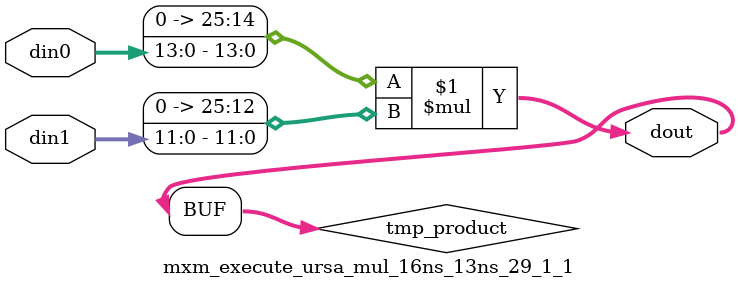
<source format=v>

`timescale 1 ns / 1 ps

  module mxm_execute_ursa_mul_16ns_13ns_29_1_1(din0, din1, dout);
parameter ID = 1;
parameter NUM_STAGE = 0;
parameter din0_WIDTH = 14;
parameter din1_WIDTH = 12;
parameter dout_WIDTH = 26;

input [din0_WIDTH - 1 : 0] din0; 
input [din1_WIDTH - 1 : 0] din1; 
output [dout_WIDTH - 1 : 0] dout;

wire signed [dout_WIDTH - 1 : 0] tmp_product;










assign tmp_product = $signed({1'b0, din0}) * $signed({1'b0, din1});











assign dout = tmp_product;







endmodule

</source>
